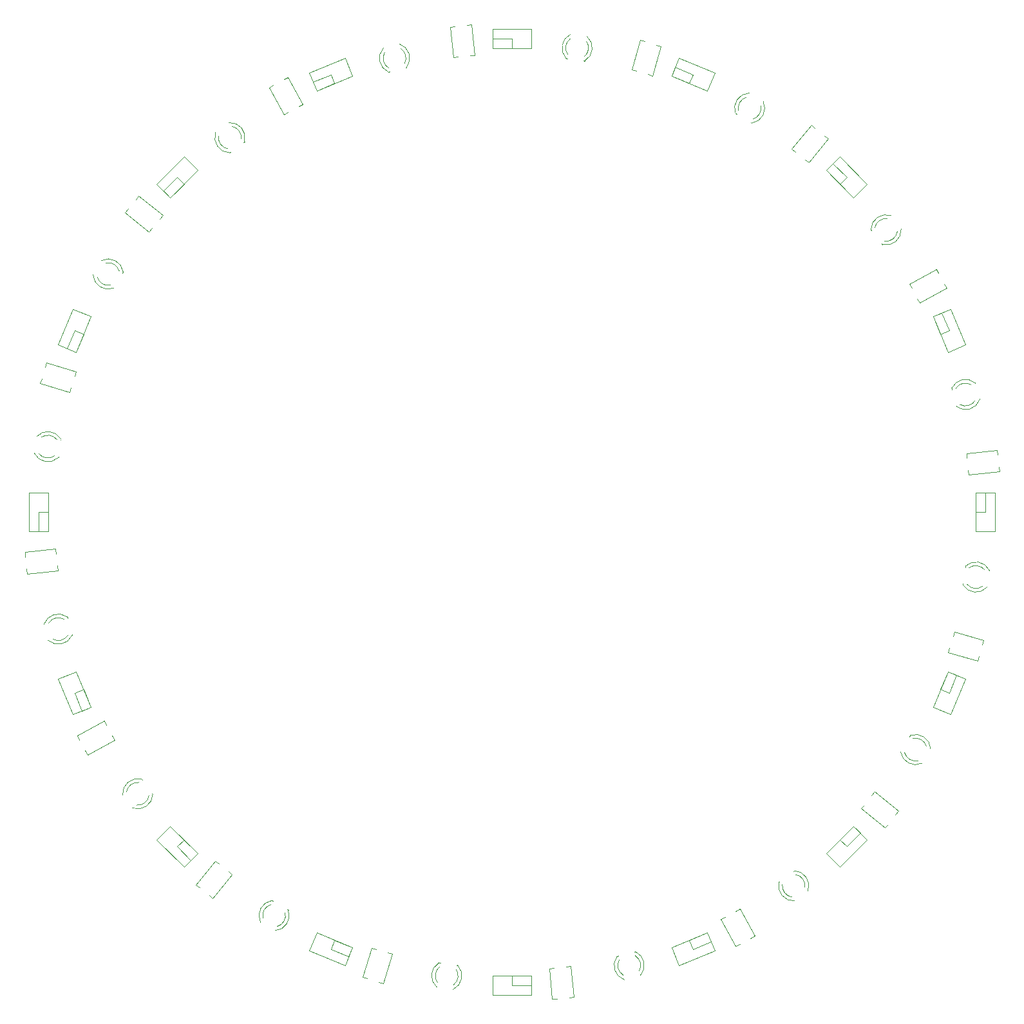
<source format=gbr>
%TF.GenerationSoftware,KiCad,Pcbnew,(6.0.11)*%
%TF.CreationDate,2023-10-13T17:08:53+09:00*%
%TF.ProjectId,engel_line_board,656e6765-6c5f-46c6-996e-655f626f6172,rev?*%
%TF.SameCoordinates,Original*%
%TF.FileFunction,Legend,Top*%
%TF.FilePolarity,Positive*%
%FSLAX46Y46*%
G04 Gerber Fmt 4.6, Leading zero omitted, Abs format (unit mm)*
G04 Created by KiCad (PCBNEW (6.0.11)) date 2023-10-13 17:08:53*
%MOMM*%
%LPD*%
G01*
G04 APERTURE LIST*
%ADD10C,0.120000*%
G04 APERTURE END LIST*
D10*
%TO.C,D4*%
X212753273Y-80351806D02*
X212792333Y-80502837D01*
X213333154Y-82594036D02*
X213372213Y-82745067D01*
X215310652Y-79851723D02*
G75*
G03*
X213294839Y-80372880I-737598J-1306120D01*
G01*
X215922059Y-79694872D02*
G75*
G03*
X212753395Y-80352274I-1349005J-1462971D01*
G01*
X213835660Y-82464078D02*
G75*
G03*
X215851391Y-81942607I737394J1306235D01*
G01*
X213372092Y-82744598D02*
G75*
G03*
X216462183Y-81783376I1200962J1586755D01*
G01*
%TO.C,U11*%
X111833357Y-143278746D02*
X108241254Y-139686643D01*
X108241254Y-139686643D02*
X110037305Y-137890592D01*
X110037305Y-137890592D02*
X113629408Y-141482695D01*
X113629408Y-141482695D02*
X111833357Y-143278746D01*
X112731382Y-142380720D02*
X110935331Y-140584669D01*
X110935331Y-140584669D02*
X111833357Y-139686643D01*
X111833357Y-139686643D02*
X113629408Y-141482695D01*
X113629408Y-141482695D02*
X112731382Y-142380720D01*
%TO.C,D15*%
X117825931Y-49381754D02*
X117950518Y-49287871D01*
X119675571Y-47987950D02*
X119800158Y-47894067D01*
X116385249Y-47210418D02*
G75*
G03*
X117638153Y-48873348I1488964J-181621D01*
G01*
X119363205Y-47573427D02*
G75*
G03*
X118110041Y-45910693I-1488992J181388D01*
G01*
X116006363Y-46705575D02*
G75*
G03*
X117826317Y-49381462I1867850J-686464D01*
G01*
X119799771Y-47894358D02*
G75*
G03*
X117729191Y-45407330I-1925558J502319D01*
G01*
%TO.C,C7*%
X202233822Y-133854808D02*
X202627148Y-133369092D01*
X205766817Y-135911546D02*
X202627148Y-133369092D01*
X205373492Y-136397263D02*
X205766817Y-135911546D01*
X200839878Y-135576187D02*
X201233203Y-135090470D01*
X203979547Y-138118641D02*
X200839878Y-135576187D01*
X203979547Y-138118641D02*
X204372873Y-137632925D01*
%TO.C,U13*%
X91438000Y-99120000D02*
X93978000Y-99120000D01*
X93978000Y-99120000D02*
X93978000Y-94040000D01*
X93978000Y-94040000D02*
X91438000Y-94040000D01*
X91438000Y-94040000D02*
X91438000Y-99120000D01*
X92708000Y-99120000D02*
X93978000Y-99120000D01*
X93978000Y-99120000D02*
X93978000Y-96580000D01*
X93978000Y-96580000D02*
X92708000Y-96580000D01*
X92708000Y-96580000D02*
X92708000Y-99120000D01*
%TO.C,D3*%
X203533647Y-61314367D02*
X203627530Y-61438954D01*
X202139843Y-59464727D02*
X202233726Y-59589314D01*
X203948170Y-61002001D02*
G75*
G03*
X205610904Y-59748837I181388J1488992D01*
G01*
X203627239Y-61438567D02*
G75*
G03*
X206114267Y-59367987I502319J1925558D01*
G01*
X204311179Y-58024045D02*
G75*
G03*
X202648249Y-59276949I-181621J-1488964D01*
G01*
X204816022Y-57645159D02*
G75*
G03*
X202140135Y-59465113I-686464J-1867850D01*
G01*
%TO.C,D1*%
X164364329Y-37282535D02*
X164518811Y-37304246D01*
X162070868Y-36960210D02*
X162225350Y-36981921D01*
X162587520Y-34406128D02*
G75*
G03*
X162297587Y-36467933I924430J-1181282D01*
G01*
X164436566Y-36768547D02*
G75*
G03*
X164726175Y-34706696I-924616J1181137D01*
G01*
X164518332Y-37304179D02*
G75*
G03*
X164812805Y-34081463I-1006382J1716769D01*
G01*
X162676584Y-33781237D02*
G75*
G03*
X162071348Y-36960277I835366J-1806173D01*
G01*
%TO.C,U5*%
X218442000Y-94040000D02*
X215902000Y-94040000D01*
X215902000Y-94040000D02*
X215902000Y-99120000D01*
X215902000Y-99120000D02*
X218442000Y-99120000D01*
X218442000Y-99120000D02*
X218442000Y-94040000D01*
X217172000Y-94040000D02*
X215902000Y-94040000D01*
X215902000Y-94040000D02*
X215902000Y-96580000D01*
X215902000Y-96580000D02*
X217172000Y-96580000D01*
X217172000Y-96580000D02*
X217172000Y-94040000D01*
%TO.C,D13*%
X95639564Y-87155254D02*
X95661275Y-87000772D01*
X95317239Y-89448715D02*
X95338950Y-89294233D01*
X95125576Y-87083017D02*
G75*
G03*
X93063725Y-86793408I-1181137J-924616D01*
G01*
X95661208Y-87001251D02*
G75*
G03*
X92438492Y-86706778I-1716769J-1006382D01*
G01*
X92763157Y-88932063D02*
G75*
G03*
X94824962Y-89221996I1181282J924430D01*
G01*
X92138266Y-88842999D02*
G75*
G03*
X95317306Y-89448235I1806173J835366D01*
G01*
%TO.C,U6*%
X213406887Y-118048501D02*
X212434871Y-120395155D01*
X212434871Y-120395155D02*
X211261544Y-119909147D01*
X211261544Y-119909147D02*
X212233560Y-117562493D01*
X212233560Y-117562493D02*
X213406887Y-118048501D01*
X214580214Y-118534509D02*
X212636182Y-123227817D01*
X212636182Y-123227817D02*
X210289528Y-122255801D01*
X210289528Y-122255801D02*
X212233560Y-117562493D01*
X212233560Y-117562493D02*
X214580214Y-118534509D01*
%TO.C,C2*%
X171827030Y-34570613D02*
X170679608Y-38444245D01*
X174550078Y-35377217D02*
X173402656Y-39250848D01*
X171278870Y-38621754D02*
X170679608Y-38444245D01*
X173402656Y-39250848D02*
X172803394Y-39073339D01*
X172426292Y-34748123D02*
X171827030Y-34570613D01*
X174550078Y-35377217D02*
X173950816Y-35199707D01*
%TO.C,C5*%
X219008341Y-91273968D02*
X214990473Y-91696263D01*
X218776811Y-89071102D02*
X218711480Y-88449526D01*
X214990473Y-91696263D02*
X214925143Y-91074687D01*
X214758942Y-89493397D02*
X214693612Y-88871821D01*
X218711480Y-88449526D02*
X214693612Y-88871821D01*
X219008341Y-91273968D02*
X218943011Y-90652392D01*
%TO.C,U10*%
X132985491Y-156220214D02*
X128292183Y-154276182D01*
X128292183Y-154276182D02*
X129264199Y-151929528D01*
X129264199Y-151929528D02*
X133957507Y-153873560D01*
X133957507Y-153873560D02*
X132985491Y-156220214D01*
X133471499Y-155046887D02*
X131124845Y-154074871D01*
X131124845Y-154074871D02*
X131610853Y-152901544D01*
X131610853Y-152901544D02*
X133957507Y-153873560D01*
X133957507Y-153873560D02*
X133471499Y-155046887D01*
%TO.C,C16*%
X123573392Y-40476008D02*
X123024131Y-40774232D01*
X125519972Y-39419101D02*
X124970711Y-39717326D01*
X123024131Y-40774232D02*
X124951853Y-44324653D01*
X127447693Y-42969523D02*
X126898433Y-43267747D01*
X125501114Y-44026429D02*
X124951853Y-44324653D01*
X125519972Y-39419101D02*
X127447693Y-42969523D01*
%TO.C,D9*%
X145515671Y-155877465D02*
X145361189Y-155855754D01*
X147809132Y-156199790D02*
X147654650Y-156178079D01*
X147292480Y-158753872D02*
G75*
G03*
X147582413Y-156692067I-924430J1181282D01*
G01*
X147203416Y-159378763D02*
G75*
G03*
X147808652Y-156199723I-835366J1806173D01*
G01*
X145443434Y-156391453D02*
G75*
G03*
X145153825Y-158453304I924616J-1181137D01*
G01*
X145361668Y-155855821D02*
G75*
G03*
X145067195Y-159078537I1006382J-1716769D01*
G01*
%TO.C,U8*%
X181101809Y-153102855D02*
X178755155Y-154074871D01*
X178755155Y-154074871D02*
X178269147Y-152901544D01*
X178269147Y-152901544D02*
X180615801Y-151929528D01*
X180615801Y-151929528D02*
X181101809Y-153102855D01*
X181587817Y-154276182D02*
X176894509Y-156220214D01*
X176894509Y-156220214D02*
X175922493Y-153873560D01*
X175922493Y-153873560D02*
X180615801Y-151929528D01*
X180615801Y-151929528D02*
X181587817Y-154276182D01*
%TO.C,U7*%
X200740720Y-138788618D02*
X198944669Y-140584669D01*
X198944669Y-140584669D02*
X198046643Y-139686643D01*
X198046643Y-139686643D02*
X199842695Y-137890592D01*
X199842695Y-137890592D02*
X200740720Y-138788618D01*
X201638746Y-139686643D02*
X198046643Y-143278746D01*
X198046643Y-143278746D02*
X196250592Y-141482695D01*
X196250592Y-141482695D02*
X199842695Y-137890592D01*
X199842695Y-137890592D02*
X201638746Y-139686643D01*
%TO.C,U2*%
X176408501Y-38113113D02*
X178755155Y-39085129D01*
X178755155Y-39085129D02*
X178269147Y-40258456D01*
X178269147Y-40258456D02*
X175922493Y-39286440D01*
X175922493Y-39286440D02*
X176408501Y-38113113D01*
X176894509Y-36939786D02*
X181587817Y-38883818D01*
X181587817Y-38883818D02*
X180615801Y-41230472D01*
X180615801Y-41230472D02*
X175922493Y-39286440D01*
X175922493Y-39286440D02*
X176894509Y-36939786D01*
%TO.C,C8*%
X182413220Y-150155325D02*
X182962480Y-149857101D01*
X186287521Y-152648840D02*
X186836782Y-152350616D01*
X184340941Y-153705747D02*
X184890202Y-153407522D01*
X186836782Y-152350616D02*
X184909060Y-148800195D01*
X184359799Y-149098419D02*
X184909060Y-148800195D01*
X184340941Y-153705747D02*
X182413220Y-150155325D01*
%TO.C,U12*%
X98417145Y-122741809D02*
X97445129Y-120395155D01*
X97445129Y-120395155D02*
X98618456Y-119909147D01*
X98618456Y-119909147D02*
X99590472Y-122255801D01*
X99590472Y-122255801D02*
X98417145Y-122741809D01*
X97243818Y-123227817D02*
X95299786Y-118534509D01*
X95299786Y-118534509D02*
X97646440Y-117562493D01*
X97646440Y-117562493D02*
X99590472Y-122255801D01*
X99590472Y-122255801D02*
X97243818Y-123227817D01*
%TO.C,U3*%
X197148618Y-50779280D02*
X198944669Y-52575331D01*
X198944669Y-52575331D02*
X198046643Y-53473357D01*
X198046643Y-53473357D02*
X196250592Y-51677305D01*
X196250592Y-51677305D02*
X197148618Y-50779280D01*
X198046643Y-49881254D02*
X201638746Y-53473357D01*
X201638746Y-53473357D02*
X199842695Y-55269408D01*
X199842695Y-55269408D02*
X196250592Y-51677305D01*
X196250592Y-51677305D02*
X198046643Y-49881254D01*
%TO.C,U9*%
X157480000Y-160082000D02*
X152400000Y-160082000D01*
X152400000Y-160082000D02*
X152400000Y-157542000D01*
X152400000Y-157542000D02*
X157480000Y-157542000D01*
X157480000Y-157542000D02*
X157480000Y-160082000D01*
X157480000Y-158812000D02*
X154940000Y-158812000D01*
X154940000Y-158812000D02*
X154940000Y-157542000D01*
X154940000Y-157542000D02*
X157480000Y-157542000D01*
X157480000Y-157542000D02*
X157480000Y-158812000D01*
%TO.C,D7*%
X190187578Y-145149688D02*
X190062991Y-145243571D01*
X192037218Y-143755884D02*
X191912631Y-143849767D01*
X193477900Y-145927220D02*
G75*
G03*
X192224996Y-144264290I-1488964J181621D01*
G01*
X190499944Y-145564211D02*
G75*
G03*
X191753108Y-147226945I1488992J-181388D01*
G01*
X193856786Y-146432063D02*
G75*
G03*
X192036832Y-143756176I-1867850J686464D01*
G01*
X190063378Y-145243280D02*
G75*
G03*
X192133958Y-147730308I1925558J-502319D01*
G01*
%TO.C,C11*%
X117677778Y-143858279D02*
X118163494Y-144251605D01*
X113413945Y-145604004D02*
X115956399Y-142464335D01*
X113413945Y-145604004D02*
X113899661Y-145997330D01*
X115956399Y-142464335D02*
X116442116Y-142857660D01*
X115621040Y-147391274D02*
X118163494Y-144251605D01*
X115135323Y-146997949D02*
X115621040Y-147391274D01*
%TO.C,D10*%
X123539375Y-147759765D02*
X123404960Y-147680589D01*
X125534908Y-148935224D02*
X125400494Y-148856048D01*
X123405378Y-147680835D02*
G75*
G03*
X121900040Y-150545546I272796J-1971213D01*
G01*
X123275942Y-148206985D02*
G75*
G03*
X122219342Y-150001057I402232J-1445063D01*
G01*
X123758760Y-151640417D02*
G75*
G03*
X125534491Y-148934978I-80586J1988369D01*
G01*
X124080180Y-151097175D02*
G75*
G03*
X125137061Y-149303267I-402006J1445127D01*
G01*
%TO.C,C10*%
X135335602Y-157763607D02*
X135934864Y-157941117D01*
X138606810Y-154519070D02*
X139206072Y-154696579D01*
X136483024Y-153889976D02*
X137082286Y-154067485D01*
X135335602Y-157763607D02*
X136483024Y-153889976D01*
X138058650Y-158570211D02*
X139206072Y-154696579D01*
X137459388Y-158392701D02*
X138058650Y-158570211D01*
%TO.C,U4*%
X212636182Y-69932183D02*
X214580214Y-74625491D01*
X214580214Y-74625491D02*
X212233560Y-75597507D01*
X212233560Y-75597507D02*
X210289528Y-70904199D01*
X210289528Y-70904199D02*
X212636182Y-69932183D01*
X211462855Y-70418191D02*
X212434871Y-72764845D01*
X212434871Y-72764845D02*
X211261544Y-73250853D01*
X211261544Y-73250853D02*
X210289528Y-70904199D01*
X210289528Y-70904199D02*
X211462855Y-70418191D01*
%TO.C,C9*%
X162448898Y-160416811D02*
X163070474Y-160351480D01*
X163070474Y-160351480D02*
X162648179Y-156333612D01*
X160246032Y-160648341D02*
X160867608Y-160583011D01*
X162026603Y-156398942D02*
X162648179Y-156333612D01*
X160246032Y-160648341D02*
X159823737Y-156630473D01*
X159823737Y-156630473D02*
X160445313Y-156565143D01*
%TO.C,U14*%
X96473113Y-75111499D02*
X97445129Y-72764845D01*
X97445129Y-72764845D02*
X98618456Y-73250853D01*
X98618456Y-73250853D02*
X97646440Y-75597507D01*
X97646440Y-75597507D02*
X96473113Y-75111499D01*
X95299786Y-74625491D02*
X97243818Y-69932183D01*
X97243818Y-69932183D02*
X99590472Y-70904199D01*
X99590472Y-70904199D02*
X97646440Y-75597507D01*
X97646440Y-75597507D02*
X95299786Y-74625491D01*
%TO.C,C1*%
X150058353Y-36549417D02*
X149436777Y-36614747D01*
X149636058Y-32531549D02*
X149014482Y-32596879D01*
X149636058Y-32531549D02*
X150058353Y-36549417D01*
X147433192Y-32763079D02*
X146811616Y-32828410D01*
X147855487Y-36780948D02*
X147233911Y-36846278D01*
X146811616Y-32828410D02*
X147233911Y-36846278D01*
%TO.C,D2*%
X186339102Y-45402820D02*
X186473517Y-45481996D01*
X184343569Y-44227361D02*
X184477983Y-44306537D01*
X186473099Y-45481750D02*
G75*
G03*
X187978437Y-42617039I-272796J1971213D01*
G01*
X185798297Y-42065410D02*
G75*
G03*
X184741416Y-43859318I402006J-1445127D01*
G01*
X186119717Y-41522168D02*
G75*
G03*
X184343986Y-44227607I80586J-1988369D01*
G01*
X186602535Y-44955600D02*
G75*
G03*
X187659135Y-43161528I-402232J1445063D01*
G01*
%TO.C,C12*%
X102386429Y-126018886D02*
X102684653Y-126568147D01*
X99134232Y-128495869D02*
X102684653Y-126568147D01*
X97779101Y-126000028D02*
X98077326Y-126549289D01*
X98836008Y-127946608D02*
X99134232Y-128495869D01*
X101329523Y-124072307D02*
X101627747Y-124621567D01*
X97779101Y-126000028D02*
X101329523Y-124072307D01*
%TO.C,D5*%
X214240436Y-106004746D02*
X214218725Y-106159228D01*
X214562761Y-103711285D02*
X214541050Y-103865767D01*
X217741734Y-104317001D02*
G75*
G03*
X214562694Y-103711765I-1806173J-835366D01*
G01*
X214218792Y-106158749D02*
G75*
G03*
X217441508Y-106453222I1716769J1006382D01*
G01*
X214754424Y-106076983D02*
G75*
G03*
X216816275Y-106366592I1181137J924616D01*
G01*
X217116843Y-104227937D02*
G75*
G03*
X215055038Y-103938004I-1181282J-924430D01*
G01*
%TO.C,D16*%
X140954787Y-38189750D02*
X141105818Y-38150691D01*
X138712557Y-38769631D02*
X138863588Y-38730571D01*
X140824829Y-37687244D02*
G75*
G03*
X140303358Y-35671513I-1306235J737394D01*
G01*
X138055623Y-35600845D02*
G75*
G03*
X138713025Y-38769509I1462971J-1349005D01*
G01*
X138212474Y-36212252D02*
G75*
G03*
X138733631Y-38228065I1306120J-737598D01*
G01*
X141105349Y-38150812D02*
G75*
G03*
X140144127Y-35060721I-1586755J1200962D01*
G01*
%TO.C,C3*%
X194284132Y-45737640D02*
X191741678Y-48877309D01*
X196491227Y-47524910D02*
X193948773Y-50664579D01*
X194769849Y-46130965D02*
X194284132Y-45737640D01*
X193948773Y-50664579D02*
X193463056Y-50271254D01*
X196491227Y-47524910D02*
X196005511Y-47131584D01*
X192227394Y-49270635D02*
X191741678Y-48877309D01*
%TO.C,U15*%
X108241254Y-53473357D02*
X111833357Y-49881254D01*
X111833357Y-49881254D02*
X113629408Y-51677305D01*
X113629408Y-51677305D02*
X110037305Y-55269408D01*
X110037305Y-55269408D02*
X108241254Y-53473357D01*
X109139280Y-54371382D02*
X110935331Y-52575331D01*
X110935331Y-52575331D02*
X111833357Y-53473357D01*
X111833357Y-53473357D02*
X110037305Y-55269408D01*
X110037305Y-55269408D02*
X109139280Y-54371382D01*
%TO.C,D12*%
X96549750Y-110565213D02*
X96510691Y-110414182D01*
X97129631Y-112807443D02*
X97090571Y-112656412D01*
X96047244Y-110695171D02*
G75*
G03*
X94031513Y-111216642I-737394J-1306235D01*
G01*
X94572252Y-113307526D02*
G75*
G03*
X96588065Y-112786369I737598J1306120D01*
G01*
X93960845Y-113464377D02*
G75*
G03*
X97129509Y-112806975I1349005J1462971D01*
G01*
X96510812Y-110414651D02*
G75*
G03*
X93420721Y-111375873I-1200962J-1586755D01*
G01*
%TO.C,C6*%
X216161960Y-116195758D02*
X216339470Y-115596496D01*
X212288329Y-115048336D02*
X212465838Y-114449074D01*
X216161960Y-116195758D02*
X212288329Y-115048336D01*
X216791054Y-114071972D02*
X216968564Y-113472710D01*
X212917423Y-112924550D02*
X213094932Y-112325288D01*
X216968564Y-113472710D02*
X213094932Y-112325288D01*
%TO.C,C13*%
X91208300Y-104706293D02*
X95226168Y-104283998D01*
X91142969Y-104084717D02*
X91208300Y-104706293D01*
X95160838Y-103662422D02*
X95226168Y-104283998D01*
X94929307Y-101459556D02*
X94994637Y-102081132D01*
X90911439Y-101881851D02*
X94929307Y-101459556D01*
X90911439Y-101881851D02*
X90976769Y-102503427D01*
%TO.C,C15*%
X109024579Y-57571227D02*
X108631254Y-58056944D01*
X105884910Y-55028773D02*
X109024579Y-57571227D01*
X104097640Y-57235868D02*
X107237309Y-59778322D01*
X105884910Y-55028773D02*
X105491584Y-55514489D01*
X107630635Y-59292606D02*
X107237309Y-59778322D01*
X104490965Y-56750151D02*
X104097640Y-57235868D01*
%TO.C,U1*%
X152400000Y-34348000D02*
X154940000Y-34348000D01*
X154940000Y-34348000D02*
X154940000Y-35618000D01*
X154940000Y-35618000D02*
X152400000Y-35618000D01*
X152400000Y-35618000D02*
X152400000Y-34348000D01*
X152400000Y-33078000D02*
X157480000Y-33078000D01*
X157480000Y-33078000D02*
X157480000Y-35618000D01*
X157480000Y-35618000D02*
X152400000Y-35618000D01*
X152400000Y-35618000D02*
X152400000Y-33078000D01*
%TO.C,C14*%
X97610848Y-78117344D02*
X97433339Y-78716606D01*
X93108123Y-79093708D02*
X92930613Y-79692970D01*
X92930613Y-79692970D02*
X96804245Y-80840392D01*
X93737217Y-76969922D02*
X97610848Y-78117344D01*
X96981754Y-80241130D02*
X96804245Y-80840392D01*
X93737217Y-76969922D02*
X93559707Y-77569184D01*
%TO.C,D6*%
X206117180Y-127979102D02*
X206038004Y-128113517D01*
X207292639Y-125983569D02*
X207213463Y-126117983D01*
X206564400Y-128242535D02*
G75*
G03*
X208358472Y-129299135I1445063J402232D01*
G01*
X209454590Y-127438297D02*
G75*
G03*
X207660682Y-126381416I-1445127J-402006D01*
G01*
X209997832Y-127759717D02*
G75*
G03*
X207292393Y-125983986I-1988369J-80586D01*
G01*
X206038250Y-128113099D02*
G75*
G03*
X208902961Y-129618437I1971213J272796D01*
G01*
%TO.C,C4*%
X208550477Y-69087693D02*
X208252253Y-68538433D01*
X211043992Y-65213392D02*
X210745768Y-64664131D01*
X207493571Y-67141114D02*
X207195347Y-66591853D01*
X212100899Y-67159972D02*
X211802674Y-66610711D01*
X210745768Y-64664131D02*
X207195347Y-66591853D01*
X212100899Y-67159972D02*
X208550477Y-69087693D01*
%TO.C,D11*%
X107740157Y-133695273D02*
X107646274Y-133570686D01*
X106346353Y-131845633D02*
X106252470Y-131721046D01*
X105931830Y-132157999D02*
G75*
G03*
X104269096Y-133411163I-181388J-1488992D01*
G01*
X105568821Y-135135955D02*
G75*
G03*
X107231751Y-133883051I181621J1488964D01*
G01*
X106252761Y-131721433D02*
G75*
G03*
X103765733Y-133792013I-502319J-1925558D01*
G01*
X105063978Y-135514841D02*
G75*
G03*
X107739865Y-133694887I686464J1867850D01*
G01*
%TO.C,U16*%
X128778191Y-40057145D02*
X131124845Y-39085129D01*
X131124845Y-39085129D02*
X131610853Y-40258456D01*
X131610853Y-40258456D02*
X129264199Y-41230472D01*
X129264199Y-41230472D02*
X128778191Y-40057145D01*
X128292183Y-38883818D02*
X132985491Y-36939786D01*
X132985491Y-36939786D02*
X133957507Y-39286440D01*
X133957507Y-39286440D02*
X129264199Y-41230472D01*
X129264199Y-41230472D02*
X128292183Y-38883818D01*
%TO.C,D8*%
X168925213Y-154970250D02*
X168774182Y-155009309D01*
X171167443Y-154390369D02*
X171016412Y-154429429D01*
X171667526Y-156947748D02*
G75*
G03*
X171146369Y-154931935I-1306120J737598D01*
G01*
X168774651Y-155009188D02*
G75*
G03*
X169735873Y-158099279I1586755J-1200962D01*
G01*
X171824377Y-157559155D02*
G75*
G03*
X171166975Y-154390491I-1462971J1349005D01*
G01*
X169055171Y-155472756D02*
G75*
G03*
X169576642Y-157488487I1306235J-737394D01*
G01*
%TO.C,D14*%
X102587361Y-67176431D02*
X102666537Y-67042017D01*
X103762820Y-65180898D02*
X103841996Y-65046483D01*
X103315600Y-64917465D02*
G75*
G03*
X101521528Y-63860865I-1445063J-402232D01*
G01*
X99882168Y-65400283D02*
G75*
G03*
X102587607Y-67176014I1988369J80586D01*
G01*
X103841750Y-65046901D02*
G75*
G03*
X100977039Y-63541563I-1971213J-272796D01*
G01*
X100425410Y-65721703D02*
G75*
G03*
X102219318Y-66778584I1445127J402006D01*
G01*
%TD*%
M02*

</source>
